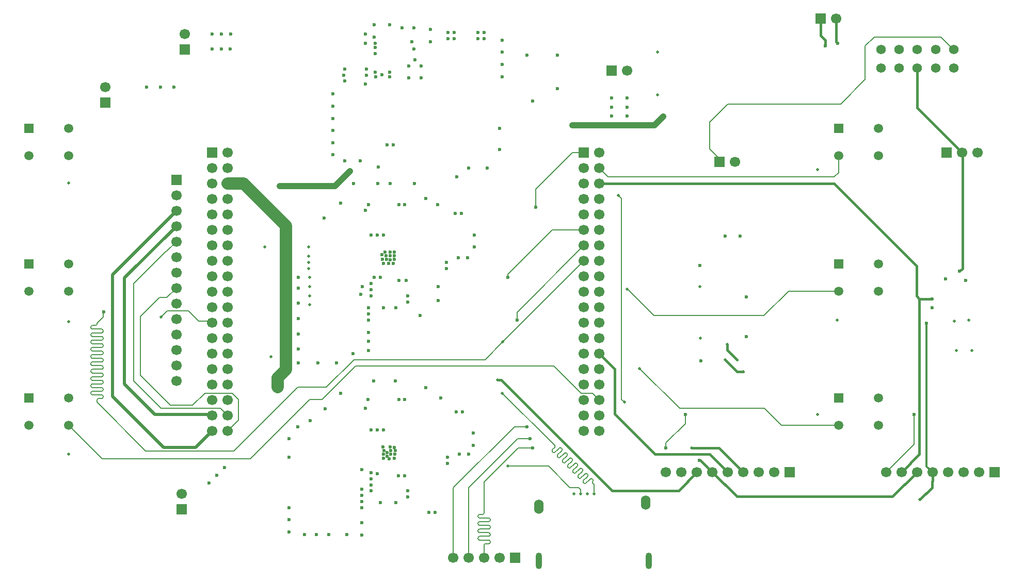
<source format=gbr>
%TF.GenerationSoftware,KiCad,Pcbnew,9.0.7*%
%TF.CreationDate,2026-02-06T09:11:47-04:00*%
%TF.ProjectId,TLS_Handheld_PCB,544c535f-4861-46e6-9468-656c645f5043,1*%
%TF.SameCoordinates,Original*%
%TF.FileFunction,Copper,L4,Bot*%
%TF.FilePolarity,Positive*%
%FSLAX46Y46*%
G04 Gerber Fmt 4.6, Leading zero omitted, Abs format (unit mm)*
G04 Created by KiCad (PCBNEW 9.0.7) date 2026-02-06 09:11:47*
%MOMM*%
%LPD*%
G01*
G04 APERTURE LIST*
%TA.AperFunction,ComponentPad*%
%ADD10R,1.700000X1.700000*%
%TD*%
%TA.AperFunction,ComponentPad*%
%ADD11C,1.700000*%
%TD*%
%TA.AperFunction,ComponentPad*%
%ADD12R,1.508000X1.508000*%
%TD*%
%TA.AperFunction,ComponentPad*%
%ADD13C,1.508000*%
%TD*%
%TA.AperFunction,ComponentPad*%
%ADD14O,1.550000X2.350000*%
%TD*%
%TA.AperFunction,ComponentPad*%
%ADD15O,1.050000X2.700000*%
%TD*%
%TA.AperFunction,ComponentPad*%
%ADD16C,1.574800*%
%TD*%
%TA.AperFunction,ViaPad*%
%ADD17C,0.600000*%
%TD*%
%TA.AperFunction,ViaPad*%
%ADD18C,0.500000*%
%TD*%
%TA.AperFunction,Conductor*%
%ADD19C,0.400000*%
%TD*%
%TA.AperFunction,Conductor*%
%ADD20C,0.200000*%
%TD*%
%TA.AperFunction,Conductor*%
%ADD21C,0.300000*%
%TD*%
%TA.AperFunction,Conductor*%
%ADD22C,1.000000*%
%TD*%
%TA.AperFunction,Conductor*%
%ADD23C,2.000000*%
%TD*%
%TA.AperFunction,Conductor*%
%ADD24C,0.500000*%
%TD*%
G04 APERTURE END LIST*
D10*
%TO.P,STM_CN10,1*%
%TO.N,WAKE*%
X163862500Y-68500000D03*
D11*
%TO.P,STM_CN10,2*%
%TO.N,SD_CS*%
X166402500Y-68500000D03*
%TO.P,STM_CN10,3*%
%TO.N,N/C*%
X163862500Y-71040000D03*
%TO.P,STM_CN10,4*%
%TO.N,B4*%
X166402500Y-71040000D03*
%TO.P,STM_CN10,5*%
%TO.N,N/C*%
X163862500Y-73580000D03*
%TO.P,STM_CN10,6*%
%TO.N,RTD_CS*%
X166402500Y-73580000D03*
%TO.P,STM_CN10,7*%
%TO.N,N/C*%
X163862500Y-76120000D03*
%TO.P,STM_CN10,8*%
X166402500Y-76120000D03*
%TO.P,STM_CN10,9*%
%TO.N,GND*%
X163862500Y-78660000D03*
%TO.P,STM_CN10,10*%
%TO.N,N/C*%
X166402500Y-78660000D03*
%TO.P,STM_CN10,11*%
%TO.N,DISPL_SCK*%
X163862500Y-81200000D03*
%TO.P,STM_CN10,12*%
%TO.N,N/C*%
X166402500Y-81200000D03*
%TO.P,STM_CN10,13*%
%TO.N,TOUCH_MISO*%
X163862500Y-83740000D03*
%TO.P,STM_CN10,14*%
%TO.N,N/C*%
X166402500Y-83740000D03*
%TO.P,STM_CN10,15*%
%TO.N,DISPL_MOSI*%
X163862500Y-86280000D03*
%TO.P,STM_CN10,16*%
%TO.N,B5*%
X166402500Y-86280000D03*
%TO.P,STM_CN10,17*%
%TO.N,N/C*%
X163862500Y-88820000D03*
%TO.P,STM_CN10,18*%
X166402500Y-88820000D03*
%TO.P,STM_CN10,19*%
%TO.N,EXCIT2*%
X163862500Y-91360000D03*
%TO.P,STM_CN10,20*%
%TO.N,GND*%
X166402500Y-91360000D03*
%TO.P,STM_CN10,21*%
%TO.N,TX*%
X163862500Y-93900000D03*
%TO.P,STM_CN10,22*%
%TO.N,EXCIT1*%
X166402500Y-93900000D03*
%TO.P,STM_CN10,23*%
%TO.N,B6*%
X163862500Y-96440000D03*
%TO.P,STM_CN10,24*%
%TO.N,N/C*%
X166402500Y-96440000D03*
%TO.P,STM_CN10,25*%
X163862500Y-98980000D03*
%TO.P,STM_CN10,26*%
%TO.N,MAX_SDI*%
X166402500Y-98980000D03*
%TO.P,STM_CN10,27*%
%TO.N,N/C*%
X163862500Y-101520000D03*
%TO.P,STM_CN10,28*%
%TO.N,MAX_SDO*%
X166402500Y-101520000D03*
%TO.P,STM_CN10,29*%
%TO.N,N/C*%
X163862500Y-104060000D03*
%TO.P,STM_CN10,30*%
%TO.N,MAX_SCK*%
X166402500Y-104060000D03*
%TO.P,STM_CN10,31*%
%TO.N,N/C*%
X163862500Y-106600000D03*
%TO.P,STM_CN10,32*%
X166402500Y-106600000D03*
%TO.P,STM_CN10,33*%
%TO.N,RX*%
X163862500Y-109140000D03*
%TO.P,STM_CN10,34*%
%TO.N,B3*%
X166402500Y-109140000D03*
%TO.P,STM_CN10,35*%
%TO.N,N/C*%
X163862500Y-111680000D03*
%TO.P,STM_CN10,36*%
X166402500Y-111680000D03*
%TO.P,STM_CN10,37*%
X163862500Y-114220000D03*
%TO.P,STM_CN10,38*%
X166402500Y-114220000D03*
%TD*%
D10*
%TO.P,J1,1,Pin_1*%
%TO.N,/8V*%
X168412500Y-55000000D03*
D11*
%TO.P,J1,2,Pin_2*%
%TO.N,GND*%
X170952500Y-55000000D03*
%TD*%
D10*
%TO.P,+ Ref_Res -,1*%
%TO.N,HeaterPre*%
X202725000Y-46500000D03*
D11*
%TO.P,+ Ref_Res -,2*%
%TO.N,Heater+*%
X205265000Y-46500000D03*
%TD*%
D12*
%TO.P,PB-5,1*%
%TO.N,GND*%
X205662500Y-86750000D03*
D13*
%TO.P,PB-5,2*%
%TO.N,N/C*%
X212162500Y-86750000D03*
%TO.P,PB-5,3*%
%TO.N,B5*%
X205662500Y-91250000D03*
%TO.P,PB-5,4*%
%TO.N,N/C*%
X212162500Y-91250000D03*
%TD*%
D10*
%TO.P,RTD,1*%
%TO.N,RTD-*%
X223332500Y-68500000D03*
D11*
%TO.P,RTD,2*%
%TO.N,RTDSens*%
X225872500Y-68500000D03*
%TO.P,RTD,3*%
%TO.N,RTD+*%
X228412500Y-68500000D03*
%TD*%
D12*
%TO.P,PB-4,1*%
%TO.N,GND*%
X205662500Y-64500000D03*
D13*
%TO.P,PB-4,2*%
%TO.N,N/C*%
X212162500Y-64500000D03*
%TO.P,PB-4,3*%
%TO.N,B4*%
X205662500Y-69000000D03*
%TO.P,PB-4,4*%
%TO.N,N/C*%
X212162500Y-69000000D03*
%TD*%
D10*
%TO.P,MAX31856,1*%
%TO.N,/3.3V*%
X197660000Y-121000000D03*
D11*
%TO.P,MAX31856,2*%
%TO.N,N/C*%
X195120000Y-121000000D03*
%TO.P,MAX31856,3*%
%TO.N,GND*%
X192580000Y-121000000D03*
%TO.P,MAX31856,4*%
%TO.N,MAX_SCK*%
X190040000Y-121000000D03*
%TO.P,MAX31856,5*%
%TO.N,MAX_SDO*%
X187500000Y-121000000D03*
%TO.P,MAX31856,6*%
%TO.N,MAX_SDI*%
X184960000Y-121000000D03*
%TO.P,MAX31856,7*%
%TO.N,Therm_CS*%
X182420000Y-121000000D03*
%TO.P,MAX31856,8*%
%TO.N,N/C*%
X179880000Y-121000000D03*
%TO.P,MAX31856,9*%
%TO.N,thermDRDY*%
X177340000Y-121000000D03*
%TD*%
D12*
%TO.P,PB-6,1*%
%TO.N,GND*%
X205662500Y-108750000D03*
D13*
%TO.P,PB-6,2*%
%TO.N,N/C*%
X212162500Y-108750000D03*
%TO.P,PB-6,3*%
%TO.N,B6*%
X205662500Y-113250000D03*
%TO.P,PB-6,4*%
%TO.N,N/C*%
X212162500Y-113250000D03*
%TD*%
D14*
%TO.P,SD_Reader,G1*%
%TO.N,GND*%
X156500000Y-126650000D03*
%TO.P,SD_Reader,G2*%
X174000000Y-126000000D03*
D15*
%TO.P,SD_Reader,G3*%
X156500000Y-135550000D03*
%TO.P,SD_Reader,G4*%
X174500000Y-135550000D03*
%TD*%
D12*
%TO.P,PB-3,1*%
%TO.N,N/C*%
X72837500Y-108750000D03*
D13*
%TO.P,PB-3,2*%
%TO.N,GND*%
X79337500Y-108750000D03*
%TO.P,PB-3,3*%
%TO.N,N/C*%
X72837500Y-113250000D03*
%TO.P,PB-3,4*%
%TO.N,B3*%
X79337500Y-113250000D03*
%TD*%
D10*
%TO.P,J3,1,Pin_1*%
%TO.N,/3.3V*%
X85385000Y-60275000D03*
D11*
%TO.P,J3,2,Pin_2*%
%TO.N,GND*%
X85385000Y-57735000D03*
%TD*%
D10*
%TO.P,TFT_DISPLAY_Pinout,1*%
%TO.N,/3.3V*%
X97000000Y-72960000D03*
D11*
%TO.P,TFT_DISPLAY_Pinout,2*%
%TO.N,GND*%
X97000000Y-75500000D03*
%TO.P,TFT_DISPLAY_Pinout,3*%
%TO.N,DISPL_CS*%
X97000000Y-78040000D03*
%TO.P,TFT_DISPLAY_Pinout,4*%
%TO.N,DISPL_RST*%
X97000000Y-80580000D03*
%TO.P,TFT_DISPLAY_Pinout,5*%
%TO.N,DISPL_DC*%
X97000000Y-83120000D03*
%TO.P,TFT_DISPLAY_Pinout,6*%
%TO.N,DISPL_MOSI*%
X97000000Y-85660000D03*
%TO.P,TFT_DISPLAY_Pinout,7*%
%TO.N,DISPL_SCK*%
X97000000Y-88200000D03*
%TO.P,TFT_DISPLAY_Pinout,8*%
%TO.N,DISPL_LED*%
X97000000Y-90740000D03*
%TO.P,TFT_DISPLAY_Pinout,9*%
%TO.N,N/C*%
X97000000Y-93280000D03*
%TO.P,TFT_DISPLAY_Pinout,10*%
%TO.N,DISPL_SCK*%
X97000000Y-95820000D03*
%TO.P,TFT_DISPLAY_Pinout,11*%
%TO.N,N/C*%
X97000000Y-98360000D03*
%TO.P,TFT_DISPLAY_Pinout,12*%
X97000000Y-100900000D03*
%TO.P,TFT_DISPLAY_Pinout,13*%
%TO.N,TOUCH_MISO*%
X97000000Y-103440000D03*
%TO.P,TFT_DISPLAY_Pinout,14*%
%TO.N,N/C*%
X97000000Y-105980000D03*
%TD*%
D10*
%TO.P,MAX31865,1*%
%TO.N,/3.3V*%
X231200000Y-121000000D03*
D11*
%TO.P,MAX31865,2*%
%TO.N,GND*%
X228660000Y-121000000D03*
%TO.P,MAX31865,3*%
%TO.N,N/C*%
X226120000Y-121000000D03*
%TO.P,MAX31865,4*%
%TO.N,MAX_SCK*%
X223580000Y-121000000D03*
%TO.P,MAX31865,5*%
%TO.N,MAX_SDO*%
X221040000Y-121000000D03*
%TO.P,MAX31865,6*%
%TO.N,MAX_SDI*%
X218500000Y-121000000D03*
%TO.P,MAX31865,7*%
%TO.N,RTD_CS*%
X215960000Y-121000000D03*
%TO.P,MAX31865,8*%
%TO.N,RTDDRDY*%
X213420000Y-121000000D03*
%TD*%
D10*
%TO.P,J2,1,Pin_1*%
%TO.N,/5V*%
X97912500Y-127040000D03*
D11*
%TO.P,J2,2,Pin_2*%
%TO.N,GND*%
X97912500Y-124500000D03*
%TD*%
D12*
%TO.P,PB-1,1*%
%TO.N,N/C*%
X72837500Y-64500000D03*
D13*
%TO.P,PB-1,2*%
%TO.N,GND*%
X79337500Y-64500000D03*
%TO.P,PB-1,3*%
%TO.N,N/C*%
X72837500Y-69000000D03*
%TO.P,PB-1,4*%
%TO.N,B1*%
X79337500Y-69000000D03*
%TD*%
D16*
%TO.P,Connector,1*%
%TO.N,Heater+*%
X212572902Y-51564301D03*
%TO.P,Connector,2*%
%TO.N,GND*%
X215572901Y-51564301D03*
%TO.P,Connector,3*%
%TO.N,Thermocouple-*%
X218572900Y-51564301D03*
%TO.P,Connector,4*%
%TO.N,N/C*%
X221572899Y-51564301D03*
%TO.P,Connector,5*%
%TO.N,Thermocouple+*%
X224572898Y-51564301D03*
%TO.P,Connector,6*%
%TO.N,RTD-*%
X212572902Y-54564300D03*
%TO.P,Connector,7*%
%TO.N,RTD+*%
X215572901Y-54564300D03*
%TO.P,Connector,8*%
%TO.N,RTDSens*%
X218572900Y-54564300D03*
%TO.P,Connector,9*%
%TO.N,GND*%
X221572899Y-54564300D03*
%TO.P,Connector,10*%
%TO.N,N/C*%
X224572898Y-54564300D03*
%TD*%
D10*
%TO.P,GPS_Pinout,1*%
%TO.N,/3.3V*%
X152580000Y-135000000D03*
D11*
%TO.P,GPS_Pinout,2*%
%TO.N,GND*%
X150040000Y-135000000D03*
%TO.P,GPS_Pinout,3*%
%TO.N,RX*%
X147500000Y-135000000D03*
%TO.P,GPS_Pinout,4*%
%TO.N,TX*%
X144960000Y-135000000D03*
%TO.P,GPS_Pinout,5*%
%TO.N,WAKE*%
X142420000Y-135000000D03*
%TD*%
D10*
%TO.P,Thermocouple,1*%
%TO.N,Thermocouple+*%
X186087500Y-70000000D03*
D11*
%TO.P,Thermocouple,2*%
%TO.N,Thermocouple-*%
X188627500Y-70000000D03*
%TD*%
D12*
%TO.P,PB-2,1*%
%TO.N,N/C*%
X72837500Y-86750000D03*
D13*
%TO.P,PB-2,2*%
%TO.N,GND*%
X79337500Y-86750000D03*
%TO.P,PB-2,3*%
%TO.N,N/C*%
X72837500Y-91250000D03*
%TO.P,PB-2,4*%
%TO.N,B2*%
X79337500Y-91250000D03*
%TD*%
D10*
%TO.P,J1,1,Pin_1*%
%TO.N,/Pin*%
X98412500Y-51540000D03*
D11*
%TO.P,J1,2,Pin_2*%
%TO.N,GND*%
X98412500Y-49000000D03*
%TD*%
D10*
%TO.P,STM_CN7,1*%
%TO.N,N/C*%
X102862500Y-68500000D03*
D11*
%TO.P,STM_CN7,2*%
X105402500Y-68500000D03*
%TO.P,STM_CN7,3*%
X102862500Y-71040000D03*
%TO.P,STM_CN7,4*%
%TO.N,B1*%
X105402500Y-71040000D03*
%TO.P,STM_CN7,5*%
%TO.N,N/C*%
X102862500Y-73580000D03*
%TO.P,STM_CN7,6*%
%TO.N,/5V*%
X105402500Y-73580000D03*
%TO.P,STM_CN7,7*%
%TO.N,N/C*%
X102862500Y-76120000D03*
%TO.P,STM_CN7,8*%
X105402500Y-76120000D03*
%TO.P,STM_CN7,9*%
X102862500Y-78660000D03*
%TO.P,STM_CN7,10*%
X105402500Y-78660000D03*
%TO.P,STM_CN7,11*%
X102862500Y-81200000D03*
%TO.P,STM_CN7,12*%
X105402500Y-81200000D03*
%TO.P,STM_CN7,13*%
X102862500Y-83740000D03*
%TO.P,STM_CN7,14*%
X105402500Y-83740000D03*
%TO.P,STM_CN7,15*%
X102862500Y-86280000D03*
%TO.P,STM_CN7,16*%
X105402500Y-86280000D03*
%TO.P,STM_CN7,17*%
X102862500Y-88820000D03*
%TO.P,STM_CN7,18*%
X105402500Y-88820000D03*
%TO.P,STM_CN7,19*%
X102862500Y-91360000D03*
%TO.P,STM_CN7,20*%
X105402500Y-91360000D03*
%TO.P,STM_CN7,21*%
X102862500Y-93900000D03*
%TO.P,STM_CN7,22*%
%TO.N,GND*%
X105402500Y-93900000D03*
%TO.P,STM_CN7,23*%
%TO.N,B2*%
X102862500Y-96440000D03*
%TO.P,STM_CN7,24*%
%TO.N,N/C*%
X105402500Y-96440000D03*
%TO.P,STM_CN7,25*%
X102862500Y-98980000D03*
%TO.P,STM_CN7,26*%
X105402500Y-98980000D03*
%TO.P,STM_CN7,27*%
X102862500Y-101520000D03*
%TO.P,STM_CN7,28*%
%TO.N,Vbat_sense*%
X105402500Y-101520000D03*
%TO.P,STM_CN7,29*%
%TO.N,N/C*%
X102862500Y-104060000D03*
%TO.P,STM_CN7,30*%
X105402500Y-104060000D03*
%TO.P,STM_CN7,31*%
X102862500Y-106600000D03*
%TO.P,STM_CN7,32*%
%TO.N,Therm_CS*%
X105402500Y-106600000D03*
%TO.P,STM_CN7,33*%
%TO.N,N/C*%
X102862500Y-109140000D03*
%TO.P,STM_CN7,34*%
X105402500Y-109140000D03*
%TO.P,STM_CN7,35*%
%TO.N,DISPL_RST*%
X102862500Y-111680000D03*
%TO.P,STM_CN7,36*%
%TO.N,DISPL_DC*%
X105402500Y-111680000D03*
%TO.P,STM_CN7,37*%
%TO.N,DISPL_CS*%
X102862500Y-114220000D03*
%TO.P,STM_CN7,38*%
%TO.N,DISPL_LED*%
X105402500Y-114220000D03*
%TD*%
D17*
%TO.N,GND*%
X155500000Y-60000000D03*
X120000000Y-131250000D03*
X123959500Y-108057500D03*
X132061226Y-85459968D03*
X128000000Y-50500000D03*
X132167190Y-117446624D03*
X129662500Y-55250000D03*
X150500000Y-56000000D03*
X137162500Y-56250000D03*
X102912500Y-49000000D03*
X141615500Y-49750000D03*
X117000000Y-100750000D03*
X130747633Y-85246027D03*
X140000000Y-92750000D03*
X128000000Y-49000000D03*
X132957606Y-117442802D03*
X115500000Y-130807500D03*
X104912500Y-120250000D03*
X145912500Y-84000000D03*
X132615500Y-67250000D03*
X127459500Y-124807500D03*
X223200000Y-89227050D03*
X187012500Y-82230000D03*
X115500000Y-126807500D03*
X128500000Y-98000000D03*
X130162500Y-70855000D03*
X128000000Y-78000000D03*
X133500000Y-77000000D03*
X96635000Y-57735000D03*
X145709500Y-116562500D03*
X135000000Y-93000000D03*
X127459500Y-123807500D03*
X142750000Y-78500000D03*
X130952355Y-86704946D03*
X127459500Y-120557500D03*
X189512500Y-82230000D03*
X134959500Y-125057500D03*
X130918209Y-116840815D03*
X137912500Y-76000000D03*
X129736680Y-56005963D03*
X115500000Y-118557500D03*
X147500000Y-48750000D03*
X124000000Y-76750000D03*
X131500000Y-86000000D03*
X131038303Y-117451962D03*
X143750000Y-78500000D03*
X92135000Y-57735000D03*
X117000000Y-98250000D03*
X226500000Y-89500000D03*
X130709499Y-55697800D03*
X138662500Y-48250000D03*
X132062500Y-84815462D03*
X132217897Y-118028415D03*
X118000000Y-131250000D03*
X134500000Y-77000000D03*
X135662500Y-50250000D03*
X170952500Y-62500000D03*
X143959500Y-111057500D03*
X115500000Y-128807500D03*
X132747517Y-85419134D03*
X136063000Y-73605000D03*
X143000000Y-72500000D03*
X133500000Y-109057500D03*
D18*
X175912500Y-59000000D03*
D17*
X136162500Y-53250000D03*
X127459500Y-129307500D03*
X142959500Y-111057500D03*
X128500000Y-95000000D03*
X145000000Y-71000000D03*
X150500000Y-54000000D03*
X144750000Y-85750000D03*
X131000000Y-94000000D03*
X128162500Y-55750000D03*
X150500000Y-50000000D03*
X132000000Y-47500000D03*
X132823706Y-118039090D03*
X141615500Y-48750000D03*
X132912500Y-106000000D03*
X221000000Y-94000000D03*
X132081242Y-86064443D03*
X103662500Y-121500000D03*
X132012000Y-56000000D03*
X131615500Y-67250000D03*
X133459500Y-121557500D03*
X115500000Y-115500000D03*
X122662500Y-58855000D03*
X118959500Y-112500000D03*
X132797800Y-86027145D03*
X159500000Y-52500000D03*
X143459500Y-118057500D03*
X127162500Y-69855000D03*
X136000000Y-51500000D03*
X124662500Y-56750000D03*
X131951020Y-118778337D03*
X131849059Y-86660912D03*
X190512500Y-98730000D03*
X132794350Y-118719624D03*
X132012000Y-55250000D03*
X123250000Y-103000000D03*
X124500000Y-55750000D03*
X105912500Y-49000000D03*
X139912500Y-77000000D03*
X117000000Y-93250000D03*
X170952500Y-59500000D03*
X131598744Y-117766876D03*
X145912500Y-82000000D03*
X127500000Y-90500000D03*
X134459500Y-121557500D03*
X130959500Y-118057500D03*
X146500000Y-49750000D03*
X130820251Y-86020408D03*
X130063000Y-73605000D03*
X133500000Y-89500000D03*
X132079121Y-116870171D03*
X132063000Y-73605000D03*
X121459500Y-110557500D03*
X154500000Y-52500000D03*
X127459500Y-125807500D03*
X122662500Y-60855000D03*
X126000000Y-101500000D03*
X128162500Y-54750000D03*
X132727631Y-116918209D03*
X127459500Y-126807500D03*
X128500000Y-77000000D03*
X140412500Y-108750000D03*
X128500000Y-101000000D03*
X134000000Y-48000000D03*
X124662500Y-54750000D03*
X117000000Y-103000000D03*
X145709500Y-114562500D03*
X146500000Y-48750000D03*
X122000000Y-131250000D03*
X130500000Y-126000000D03*
X134500000Y-109057500D03*
X150000000Y-68000000D03*
X122662500Y-62855000D03*
X134750000Y-89500000D03*
X150500000Y-52000000D03*
X94385000Y-57735000D03*
X129500000Y-47500000D03*
X137000000Y-95250000D03*
X144959500Y-118057500D03*
X137959500Y-107057500D03*
X143250000Y-85750000D03*
X126063000Y-73605000D03*
X128459500Y-109057500D03*
X125000000Y-131250000D03*
X117000000Y-89000000D03*
X142615500Y-49750000D03*
X128000000Y-57250000D03*
X170952500Y-61000000D03*
X128500000Y-99500000D03*
X133000000Y-94000000D03*
X133000000Y-126000000D03*
D18*
X111500000Y-84000000D03*
D17*
X141297000Y-87500000D03*
X117000000Y-95750000D03*
X116959500Y-113557500D03*
X138459500Y-127557500D03*
X159500000Y-58000000D03*
D18*
X227500000Y-101000000D03*
D17*
X148000000Y-71000000D03*
X135162500Y-56250000D03*
X117000000Y-90750000D03*
X131404710Y-85423940D03*
D18*
X112500000Y-102000000D03*
D17*
X135162500Y-54250000D03*
X138662500Y-50250000D03*
X134959500Y-124057500D03*
X140000000Y-90500000D03*
X128000000Y-110500000D03*
X102412500Y-122750000D03*
X132586825Y-86694597D03*
X131239221Y-84842142D03*
X137162500Y-54250000D03*
X141459500Y-118557500D03*
X127250000Y-91750000D03*
X142615500Y-48750000D03*
D18*
X162250000Y-124500000D03*
D17*
X139459500Y-127557500D03*
X122662500Y-66855000D03*
X141459500Y-119557500D03*
X130990266Y-118714287D03*
X128500000Y-96000000D03*
X136000000Y-48000000D03*
X141297000Y-86500000D03*
D18*
X175912500Y-52000000D03*
D17*
X150000000Y-64500000D03*
X121250000Y-79250000D03*
D18*
X225000000Y-101000000D03*
D17*
X147500000Y-49750000D03*
X128500000Y-94000000D03*
X104412500Y-49000000D03*
X127459500Y-131307500D03*
X122662500Y-64855000D03*
X182912500Y-87000000D03*
X124662500Y-69855000D03*
X132773786Y-84815462D03*
X131556044Y-118327316D03*
X122662500Y-68855000D03*
X135000000Y-92000000D03*
X183100000Y-102730000D03*
X120250000Y-103000000D03*
X129412500Y-106000000D03*
X190512500Y-92230000D03*
%TO.N,RTDSens*%
X225500000Y-88000000D03*
%TO.N,Heater+*%
X205500000Y-50500000D03*
D18*
%TO.N,MAX_SCK*%
X190000000Y-104500000D03*
X187000000Y-102500000D03*
X181500000Y-117000000D03*
%TO.N,MAX_SDO*%
X219000000Y-125500000D03*
X189000000Y-102500000D03*
D17*
X220051000Y-96500000D03*
D18*
X187412500Y-100000000D03*
D17*
%TO.N,MAX_SDI*%
X182800000Y-119040000D03*
D18*
%TO.N,MOSFETGait1*%
X176912500Y-62566800D03*
X161956250Y-63956250D03*
%TO.N,Therm_CS*%
X149706250Y-105793750D03*
D17*
%TO.N,RTD_CS*%
X221000000Y-92500000D03*
D18*
%TO.N,/Pin*%
X114000000Y-74000000D03*
D17*
X102912500Y-51500000D03*
X129000000Y-114000000D03*
X129000000Y-91000000D03*
X128959500Y-124057500D03*
X104412500Y-51500000D03*
X105872500Y-51500000D03*
X131000000Y-114000000D03*
X129662500Y-52250000D03*
X129000000Y-82000000D03*
X131000000Y-82000000D03*
X130000000Y-114000000D03*
X130000000Y-82000000D03*
X130000000Y-121250000D03*
X129500000Y-49500000D03*
X129500000Y-89000000D03*
X129000000Y-90000000D03*
D18*
X125500000Y-71500000D03*
D17*
X129662500Y-51250000D03*
X129000000Y-121057500D03*
X128959500Y-123057500D03*
X129000000Y-92000000D03*
X129662500Y-50500000D03*
X128959500Y-122057500D03*
X130500000Y-89000000D03*
D18*
%TO.N,/5V*%
X113662500Y-106250000D03*
X113662500Y-105500000D03*
X113662500Y-107000000D03*
%TO.N,/3.3V*%
X79337500Y-73500000D03*
X164450000Y-124500000D03*
X118750000Y-85500000D03*
X227000000Y-96000000D03*
X118912500Y-89000000D03*
X202162500Y-111500000D03*
X118750000Y-87500000D03*
X118750000Y-86500000D03*
X118912500Y-93500000D03*
X79337500Y-118000000D03*
X79337500Y-96250000D03*
X205412500Y-96000000D03*
X118912500Y-92000000D03*
X224613909Y-96163909D03*
X118750000Y-84000000D03*
X202162500Y-71250000D03*
X183000000Y-98962500D03*
X182912500Y-90537500D03*
X118912500Y-90500000D03*
D17*
%TO.N,/8V*%
X168452500Y-62460000D03*
X168452500Y-61000000D03*
X168452500Y-59500000D03*
D18*
%TO.N,DISPL_MOSI*%
X165550000Y-124500000D03*
D17*
X85125000Y-94625000D03*
D18*
X150571250Y-99571250D03*
X150500000Y-108000000D03*
%TO.N,DISPL_SCK*%
X163350000Y-124500000D03*
X151412500Y-120000000D03*
D17*
X151412500Y-89000000D03*
%TO.N,TOUCH_MISO*%
X152912500Y-96000000D03*
%TO.N,WAKE*%
X154512500Y-113500000D03*
X156000000Y-77500000D03*
D18*
%TO.N,B5*%
X170962500Y-90938750D03*
%TO.N,B6*%
X173025130Y-103974870D03*
D17*
%TO.N,RX*%
X155500000Y-117000000D03*
D18*
%TO.N,B2*%
X94500000Y-95500000D03*
D17*
%TO.N,TX*%
X155000000Y-115500000D03*
D18*
%TO.N,SD_CS*%
X170500000Y-109500000D03*
X169500000Y-75500000D03*
D17*
%TO.N,HeaterPre*%
X203500000Y-51000000D03*
%TO.N,thermDRDY*%
X177340000Y-117000000D03*
X180500000Y-111500000D03*
%TO.N,RTDDRDY*%
X218000000Y-111500000D03*
%TD*%
D19*
%TO.N,RTDSens*%
X225500000Y-88000000D02*
X226000000Y-87500000D01*
X225682500Y-68270000D02*
X218572900Y-61160400D01*
X218572900Y-61160400D02*
X218572900Y-54564300D01*
X225682500Y-68310000D02*
X225682500Y-68270000D01*
X226000000Y-68627500D02*
X225682500Y-68310000D01*
X226000000Y-87500000D02*
X226000000Y-68627500D01*
%TO.N,Heater+*%
X205500000Y-50500000D02*
X205265000Y-50265000D01*
X205265000Y-50265000D02*
X205265000Y-46500000D01*
D20*
%TO.N,Thermocouple+*%
X213761265Y-49500000D02*
X211500000Y-49500000D01*
X211500000Y-49500000D02*
X210000000Y-51000000D01*
X213780564Y-49519299D02*
X213761265Y-49500000D01*
X224476801Y-51564301D02*
X222431799Y-49519299D01*
X186087500Y-69500000D02*
X186087500Y-70000000D01*
X221480564Y-49519299D02*
X221461265Y-49500000D01*
X184500000Y-67912500D02*
X186087500Y-69500000D01*
X221461265Y-49500000D02*
X215684535Y-49500000D01*
X222431799Y-49519299D02*
X221480564Y-49519299D01*
X210000000Y-56500000D02*
X206000000Y-60500000D01*
X224572898Y-51564301D02*
X224476801Y-51564301D01*
X215665236Y-49519299D02*
X213780564Y-49519299D01*
X210000000Y-51000000D02*
X210000000Y-56500000D01*
X184500000Y-63500000D02*
X184500000Y-67912500D01*
X215684535Y-49500000D02*
X215665236Y-49519299D01*
X187500000Y-60500000D02*
X184500000Y-63500000D01*
X206000000Y-60500000D02*
X187500000Y-60500000D01*
D19*
%TO.N,MAX_SCK*%
X181500000Y-117000000D02*
X186040000Y-117000000D01*
X186040000Y-117000000D02*
X190040000Y-121000000D01*
X189000000Y-104500000D02*
X187000000Y-102500000D01*
X190000000Y-104500000D02*
X189000000Y-104500000D01*
%TO.N,MAX_SDO*%
X175500000Y-118000000D02*
X184500000Y-118000000D01*
X168949000Y-104066500D02*
X168949000Y-111449000D01*
X187412500Y-100912500D02*
X189000000Y-102500000D01*
X166402500Y-101520000D02*
X168949000Y-104066500D01*
X184500000Y-118000000D02*
X187500000Y-121000000D01*
D21*
X220051000Y-96500000D02*
X220051000Y-120011000D01*
D19*
X221000000Y-122500000D02*
X221040000Y-122460000D01*
X168949000Y-111449000D02*
X175500000Y-118000000D01*
X221000000Y-123500000D02*
X221000000Y-122500000D01*
X219000000Y-125500000D02*
X221000000Y-123500000D01*
D21*
X220051000Y-120011000D02*
X221040000Y-121000000D01*
D19*
X221040000Y-122460000D02*
X221040000Y-121000000D01*
X187412500Y-100000000D02*
X187412500Y-100912500D01*
%TO.N,MAX_SDI*%
X184960000Y-121000000D02*
X188960000Y-125000000D01*
X188960000Y-125000000D02*
X214500000Y-125000000D01*
X214500000Y-125000000D02*
X218500000Y-121000000D01*
X183000000Y-119040000D02*
X184960000Y-121000000D01*
X182800000Y-119040000D02*
X183000000Y-119040000D01*
D22*
%TO.N,MOSFETGait1*%
X164912500Y-64000000D02*
X175479300Y-64000000D01*
X161956250Y-63956250D02*
X164868750Y-63956250D01*
X175479300Y-64000000D02*
X176912500Y-62566800D01*
X164868750Y-63956250D02*
X164912500Y-64000000D01*
D19*
%TO.N,Therm_CS*%
X168500000Y-124000000D02*
X179420000Y-124000000D01*
X149706250Y-105793750D02*
X150293750Y-105793750D01*
X179420000Y-124000000D02*
X182420000Y-121000000D01*
X150293750Y-105793750D02*
X168500000Y-124000000D01*
%TO.N,RTD_CS*%
X218912500Y-92500000D02*
X218912500Y-118047500D01*
X218412500Y-92000000D02*
X218912500Y-92500000D01*
X218412500Y-92000000D02*
X218412500Y-87079346D01*
X218912500Y-118047500D02*
X215960000Y-121000000D01*
X204913154Y-73580000D02*
X166402500Y-73580000D01*
X218412500Y-87079346D02*
X204913154Y-73580000D01*
X218912500Y-92500000D02*
X221000000Y-92500000D01*
D22*
%TO.N,/Pin*%
X125500000Y-71500000D02*
X123000000Y-74000000D01*
X123000000Y-74000000D02*
X114000000Y-74000000D01*
D23*
%TO.N,/5V*%
X113662500Y-106250000D02*
X113662500Y-105500000D01*
X115000000Y-104162500D02*
X115000000Y-80500000D01*
X113662500Y-107000000D02*
X113662500Y-106250000D01*
X115000000Y-80500000D02*
X108080000Y-73580000D01*
X108080000Y-73580000D02*
X105402500Y-73580000D01*
X113662500Y-105500000D02*
X115000000Y-104162500D01*
D24*
%TO.N,DISPL_CS*%
X94949000Y-116949000D02*
X100133500Y-116949000D01*
X86500000Y-108500000D02*
X94949000Y-116949000D01*
X86500000Y-88540000D02*
X86500000Y-108500000D01*
X100133500Y-116949000D02*
X102862500Y-114220000D01*
X97000000Y-78040000D02*
X86500000Y-88540000D01*
D20*
%TO.N,DISPL_DC*%
X95340000Y-84660000D02*
X90000000Y-90000000D01*
X90000000Y-90000000D02*
X90000000Y-106000000D01*
X90000000Y-106000000D02*
X94500000Y-110500000D01*
X94500000Y-110500000D02*
X104222500Y-110500000D01*
X97000000Y-83120000D02*
X95460000Y-84660000D01*
X95460000Y-84660000D02*
X95340000Y-84660000D01*
X104222500Y-110500000D02*
X105402500Y-111680000D01*
%TO.N,DISPL_MOSI*%
X164062170Y-121243971D02*
X163903070Y-121403070D01*
X84760000Y-106483531D02*
X84000000Y-106483531D01*
X162630271Y-120130270D02*
X162630270Y-120130270D01*
X158783592Y-117697806D02*
X158698739Y-117612953D01*
X84760000Y-100483531D02*
X84000000Y-100483531D01*
X159547272Y-118122074D02*
X160084672Y-117584671D01*
X84000000Y-105283531D02*
X83240000Y-105283531D01*
X126128950Y-102500000D02*
X147642500Y-102500000D01*
X164327336Y-121827336D02*
X164486435Y-121668236D01*
X162941404Y-121516206D02*
X163478804Y-120978803D01*
X85000000Y-107323531D02*
X85000000Y-107443531D01*
X160084671Y-117584671D02*
X160243770Y-117425571D01*
X162630270Y-120130270D02*
X162789369Y-119971170D01*
X158698739Y-117273541D02*
X159066433Y-116905844D01*
X84000000Y-108283531D02*
X84240000Y-108283531D01*
X160668038Y-117849839D02*
X160508938Y-118008938D01*
X165550000Y-123050000D02*
X165334969Y-122834969D01*
X106412500Y-117500000D02*
X116912500Y-107000000D01*
X163637902Y-120501505D02*
X163531835Y-120395438D01*
X85000000Y-108523531D02*
X85000000Y-108643531D01*
X121628950Y-107000000D02*
X126128950Y-102500000D01*
X85000000Y-102523531D02*
X85000000Y-102643531D01*
X160084672Y-117584671D02*
X160084671Y-117584671D01*
X83240000Y-107083531D02*
X84000000Y-107083531D01*
X161781737Y-119281737D02*
X161940836Y-119122637D01*
X84760000Y-99283531D02*
X84000000Y-99283531D01*
X83240000Y-98683531D02*
X84000000Y-98683531D01*
X84000000Y-99283531D02*
X83240000Y-99283531D01*
X83000000Y-97123531D02*
X83000000Y-97243531D01*
X85000000Y-94750000D02*
X85000000Y-95500000D01*
X92000000Y-117500000D02*
X106412500Y-117500000D01*
X84760000Y-98083531D02*
X84000000Y-98083531D01*
X83000000Y-107923531D02*
X83000000Y-108043531D01*
X160243770Y-117107373D02*
X160137703Y-117001306D01*
X162365104Y-119546905D02*
X162206004Y-119706004D01*
X163478804Y-120978803D02*
X163478803Y-120978803D01*
X164751603Y-122251603D02*
X164214200Y-122789003D01*
X159632125Y-118546339D02*
X159547272Y-118461486D01*
X162789369Y-119652972D02*
X162683302Y-119546905D01*
X161092303Y-117955906D02*
X160986236Y-117849839D01*
X83240000Y-99883531D02*
X84000000Y-99883531D01*
X83000000Y-106723531D02*
X83000000Y-106843531D01*
X164751604Y-122251603D02*
X164751603Y-122251603D01*
X161940836Y-118804439D02*
X161834769Y-118698372D01*
X83240000Y-103483531D02*
X84000000Y-103483531D01*
X161357471Y-118857471D02*
X160820068Y-119394871D01*
X85000000Y-104923531D02*
X85000000Y-105043531D01*
X84000000Y-96500000D02*
X84000000Y-96643531D01*
X163789937Y-122364739D02*
X164327337Y-121827336D01*
X160933204Y-118433204D02*
X161092303Y-118274104D01*
X84000000Y-102283531D02*
X84760000Y-102283531D01*
X158981582Y-116481582D02*
X158642336Y-116142336D01*
X84000000Y-99883531D02*
X84760000Y-99883531D01*
X165550000Y-124500000D02*
X165550000Y-123050000D01*
X84000000Y-109123531D02*
X84000000Y-109243531D01*
X85000000Y-103723531D02*
X85000000Y-103843531D01*
X84000000Y-107683531D02*
X83240000Y-107683531D01*
X84240000Y-108283531D02*
X84760000Y-108283531D01*
X163054537Y-120554537D02*
X162517134Y-121091937D01*
X84000000Y-109500000D02*
X92000000Y-117500000D01*
X162177724Y-121091938D02*
X162092871Y-121007085D01*
X84000000Y-98083531D02*
X83240000Y-98083531D01*
X85000000Y-97723531D02*
X85000000Y-97843531D01*
X83240000Y-104683531D02*
X84000000Y-104683531D01*
X84000000Y-107083531D02*
X84760000Y-107083531D01*
X85000000Y-98923531D02*
X85000000Y-99043531D01*
X160933205Y-118433204D02*
X160933204Y-118433204D01*
X85125000Y-94625000D02*
X85000000Y-94750000D01*
X83000000Y-99523531D02*
X83000000Y-99643531D01*
X84760000Y-101683531D02*
X84000000Y-101683531D01*
X83000000Y-98323531D02*
X83000000Y-98443531D01*
X116912500Y-107000000D02*
X121628950Y-107000000D01*
X160508938Y-118008938D02*
X159971535Y-118546338D01*
X83000000Y-101923531D02*
X83000000Y-102043531D01*
X84000000Y-106483531D02*
X83240000Y-106483531D01*
X162206004Y-119706004D02*
X161668601Y-120243404D01*
X85000000Y-101323531D02*
X85000000Y-101443531D01*
X163213637Y-120395438D02*
X163054537Y-120554537D01*
X84000000Y-101683531D02*
X83240000Y-101683531D01*
X84000000Y-109243531D02*
X84000000Y-109500000D01*
X159660405Y-117160405D02*
X159490698Y-117330109D01*
X159819505Y-117001306D02*
X159660405Y-117160405D01*
X160480658Y-119394872D02*
X160395805Y-119310019D01*
X84000000Y-102883531D02*
X83240000Y-102883531D01*
X83000000Y-105523531D02*
X83000000Y-105643531D01*
X85000000Y-95500000D02*
X84000000Y-96500000D01*
X161329191Y-120243405D02*
X161244338Y-120158552D01*
X163478803Y-120978803D02*
X163637902Y-120819703D01*
X85000000Y-106123531D02*
X85000000Y-106243531D01*
X158642336Y-116142336D02*
X150500000Y-108000000D01*
X164486435Y-121350038D02*
X164380368Y-121243971D01*
X83000000Y-103123531D02*
X83000000Y-103243531D01*
X161244338Y-119819140D02*
X161781738Y-119281737D01*
X159066434Y-116566434D02*
X158981582Y-116481582D01*
X84760000Y-107683531D02*
X84000000Y-107683531D01*
X84000000Y-103483531D02*
X84760000Y-103483531D01*
X84760000Y-108883531D02*
X84240000Y-108883531D01*
X84000000Y-105883531D02*
X84760000Y-105883531D01*
X164910704Y-122092504D02*
X164751604Y-122251603D01*
X84000000Y-100483531D02*
X83240000Y-100483531D01*
X84760000Y-104083531D02*
X84000000Y-104083531D01*
X83240000Y-102283531D02*
X84000000Y-102283531D01*
X147642500Y-102500000D02*
X150571250Y-99571250D01*
X85000000Y-100123531D02*
X85000000Y-100243531D01*
X84000000Y-101083531D02*
X84760000Y-101083531D01*
X84000000Y-97483531D02*
X84760000Y-97483531D01*
X83240000Y-108283531D02*
X84000000Y-108283531D01*
X163874790Y-122789004D02*
X163789937Y-122704151D01*
X83000000Y-100723531D02*
X83000000Y-100843531D01*
X84000000Y-104083531D02*
X83240000Y-104083531D01*
X84000000Y-98683531D02*
X84760000Y-98683531D01*
X83240000Y-101083531D02*
X84000000Y-101083531D01*
X83000000Y-104323531D02*
X83000000Y-104443531D01*
X83240000Y-105883531D02*
X84000000Y-105883531D01*
X160395805Y-118970607D02*
X160933205Y-118433204D01*
X83760000Y-97483531D02*
X84000000Y-97483531D01*
X84760000Y-105283531D02*
X84000000Y-105283531D01*
X163026257Y-121940471D02*
X162941404Y-121855618D01*
X163903070Y-121403070D02*
X163365667Y-121940470D01*
X165334969Y-122198571D02*
X165228902Y-122092504D01*
X164327337Y-121827336D02*
X164327336Y-121827336D01*
X162092871Y-120667673D02*
X162630271Y-120130270D01*
X83240000Y-97483531D02*
X83760000Y-97483531D01*
X161781738Y-119281737D02*
X161781737Y-119281737D01*
X150571250Y-99571250D02*
X163862500Y-86280000D01*
X84760000Y-102883531D02*
X84000000Y-102883531D01*
X84000000Y-104683531D02*
X84760000Y-104683531D01*
X159490698Y-117330109D02*
X159123002Y-117697805D01*
X83760000Y-96883531D02*
X83240000Y-96883531D01*
X161516571Y-118698372D02*
X161357471Y-118857471D01*
X85000000Y-97843531D02*
G75*
G02*
X84760000Y-98083500I-240000J31D01*
G01*
X83240000Y-105283531D02*
G75*
G03*
X83000031Y-105523531I0J-239969D01*
G01*
X159547272Y-118461486D02*
G75*
G02*
X159547292Y-118122094I169728J169686D01*
G01*
X165228902Y-122092504D02*
G75*
G03*
X164910704Y-122092504I-159099J-159099D01*
G01*
X83000000Y-106843531D02*
G75*
G03*
X83240000Y-107083500I240000J31D01*
G01*
X161834769Y-118698372D02*
G75*
G03*
X161516571Y-118698372I-159099J-159099D01*
G01*
X164486435Y-121668236D02*
G75*
G03*
X164486472Y-121350001I-159135J159136D01*
G01*
X83240000Y-101683531D02*
G75*
G03*
X83000031Y-101923531I0J-239969D01*
G01*
X162683302Y-119546905D02*
G75*
G03*
X162365104Y-119546905I-159099J-159099D01*
G01*
X84760000Y-104683531D02*
G75*
G02*
X84999969Y-104923531I0J-239969D01*
G01*
X160243770Y-117425571D02*
G75*
G03*
X160243742Y-117107401I-159070J159071D01*
G01*
X83000000Y-100843531D02*
G75*
G03*
X83240000Y-101083500I240000J31D01*
G01*
X85000000Y-108643531D02*
G75*
G02*
X84760000Y-108883500I-240000J31D01*
G01*
X83000000Y-104443531D02*
G75*
G03*
X83240000Y-104683500I240000J31D01*
G01*
X83240000Y-99283531D02*
G75*
G03*
X83000031Y-99523531I0J-239969D01*
G01*
X164380368Y-121243971D02*
G75*
G03*
X164062170Y-121243971I-159099J-159099D01*
G01*
X158698739Y-117612953D02*
G75*
G02*
X158698692Y-117273494I169661J169753D01*
G01*
X85000000Y-106243531D02*
G75*
G02*
X84760000Y-106483500I-240000J31D01*
G01*
X84760000Y-102283531D02*
G75*
G02*
X84999969Y-102523531I0J-239969D01*
G01*
X161668601Y-120243404D02*
G75*
G02*
X161329196Y-120243401I-169701J169704D01*
G01*
X85000000Y-102643531D02*
G75*
G02*
X84760000Y-102883500I-240000J31D01*
G01*
X165334969Y-122516770D02*
G75*
G03*
X165334940Y-122198601I-159069J159070D01*
G01*
X163531835Y-120395438D02*
G75*
G03*
X163213637Y-120395438I-159099J-159099D01*
G01*
X162941404Y-121855618D02*
G75*
G02*
X162941392Y-121516194I169696J169718D01*
G01*
X163365667Y-121940470D02*
G75*
G02*
X163026296Y-121940433I-169667J169670D01*
G01*
X85000000Y-99043531D02*
G75*
G02*
X84760000Y-99283500I-240000J31D01*
G01*
X160395805Y-119310019D02*
G75*
G02*
X160395792Y-118970594I169695J169719D01*
G01*
X85000000Y-100243531D02*
G75*
G02*
X84760000Y-100483500I-240000J31D01*
G01*
X83240000Y-98083531D02*
G75*
G03*
X83000031Y-98323531I0J-239969D01*
G01*
X85000000Y-101443531D02*
G75*
G02*
X84760000Y-101683500I-240000J31D01*
G01*
X85000000Y-107443531D02*
G75*
G02*
X84760000Y-107683500I-240000J31D01*
G01*
X163637902Y-120819703D02*
G75*
G03*
X163637906Y-120501501I-159102J159103D01*
G01*
X84760000Y-98683531D02*
G75*
G02*
X84999969Y-98923531I0J-239969D01*
G01*
X159123002Y-117697805D02*
G75*
G02*
X158783596Y-117697803I-169702J169705D01*
G01*
X83000000Y-105643531D02*
G75*
G03*
X83240000Y-105883500I240000J31D01*
G01*
X83240000Y-107683531D02*
G75*
G03*
X83000031Y-107923531I0J-239969D01*
G01*
X162092871Y-121007085D02*
G75*
G02*
X162092892Y-120667694I169729J169685D01*
G01*
X84760000Y-99883531D02*
G75*
G02*
X84999969Y-100123531I0J-239969D01*
G01*
X161940836Y-119122637D02*
G75*
G03*
X161940874Y-118804401I-159136J159137D01*
G01*
X160820068Y-119394871D02*
G75*
G02*
X160480696Y-119394835I-169668J169671D01*
G01*
X165334969Y-122834969D02*
G75*
G02*
X165334999Y-122516800I159131J159069D01*
G01*
X83000000Y-108043531D02*
G75*
G03*
X83240000Y-108283500I240000J31D01*
G01*
X163789937Y-122704151D02*
G75*
G02*
X163789892Y-122364694I169663J169751D01*
G01*
X84760000Y-105883531D02*
G75*
G02*
X84999969Y-106123531I0J-239969D01*
G01*
X83240000Y-96883531D02*
G75*
G03*
X83000031Y-97123531I0J-239969D01*
G01*
X85000000Y-105043531D02*
G75*
G02*
X84760000Y-105283500I-240000J31D01*
G01*
X85000000Y-103843531D02*
G75*
G02*
X84760000Y-104083500I-240000J31D01*
G01*
X83000000Y-98443531D02*
G75*
G03*
X83240000Y-98683500I240000J31D01*
G01*
X164214200Y-122789003D02*
G75*
G02*
X163874796Y-122788999I-169700J169703D01*
G01*
X84000000Y-96643531D02*
G75*
G02*
X83760000Y-96883500I-240000J31D01*
G01*
X83240000Y-106483531D02*
G75*
G03*
X83000031Y-106723531I0J-239969D01*
G01*
X160137703Y-117001306D02*
G75*
G03*
X159819505Y-117001306I-159099J-159099D01*
G01*
X160986236Y-117849839D02*
G75*
G03*
X160668038Y-117849839I-159099J-159099D01*
G01*
X161092303Y-118274104D02*
G75*
G03*
X161092308Y-117955901I-159103J159104D01*
G01*
X83240000Y-104083531D02*
G75*
G03*
X83000031Y-104323531I0J-239969D01*
G01*
X83240000Y-102883531D02*
G75*
G03*
X83000031Y-103123531I0J-239969D01*
G01*
X84760000Y-108283531D02*
G75*
G02*
X84999969Y-108523531I0J-239969D01*
G01*
X83240000Y-100483531D02*
G75*
G03*
X83000031Y-100723531I0J-239969D01*
G01*
X84760000Y-103483531D02*
G75*
G02*
X84999969Y-103723531I0J-239969D01*
G01*
X84760000Y-107083531D02*
G75*
G02*
X84999969Y-107323531I0J-239969D01*
G01*
X159971535Y-118546338D02*
G75*
G02*
X159632096Y-118546369I-169735J169738D01*
G01*
X84240000Y-108883531D02*
G75*
G03*
X84000031Y-109123531I0J-239969D01*
G01*
X162789369Y-119971170D02*
G75*
G03*
X162789340Y-119653001I-159069J159070D01*
G01*
X83000000Y-99643531D02*
G75*
G03*
X83240000Y-99883500I240000J31D01*
G01*
X84760000Y-101083531D02*
G75*
G02*
X84999969Y-101323531I0J-239969D01*
G01*
X162517134Y-121091937D02*
G75*
G02*
X162177696Y-121091967I-169734J169737D01*
G01*
X84760000Y-97483531D02*
G75*
G02*
X84999969Y-97723531I0J-239969D01*
G01*
X83000000Y-97243531D02*
G75*
G03*
X83240000Y-97483500I240000J31D01*
G01*
X161244338Y-120158552D02*
G75*
G02*
X161244292Y-119819094I169662J169752D01*
G01*
X83000000Y-102043531D02*
G75*
G03*
X83240000Y-102283500I240000J31D01*
G01*
X159066433Y-116905844D02*
G75*
G03*
X159066473Y-116566396I-169733J169744D01*
G01*
X83000000Y-103243531D02*
G75*
G03*
X83240000Y-103483500I240000J31D01*
G01*
%TO.N,DISPL_SCK*%
X158712500Y-81200000D02*
X163862500Y-81200000D01*
X151412500Y-89000000D02*
X151412500Y-88500000D01*
X151412500Y-120000000D02*
X158050000Y-120000000D01*
X158050000Y-120000000D02*
X161550000Y-123500000D01*
X151412500Y-88500000D02*
X158712500Y-81200000D01*
X163350000Y-123850000D02*
X163350000Y-124500000D01*
X161550000Y-123500000D02*
X163000000Y-123500000D01*
X163000000Y-123500000D02*
X163350000Y-123850000D01*
%TO.N,DISPL_LED*%
X94220000Y-92280000D02*
X91087500Y-95412500D01*
X99662500Y-110000000D02*
X101673500Y-107989000D01*
X107162500Y-112460000D02*
X105402500Y-114220000D01*
X101673500Y-107989000D02*
X106151500Y-107989000D01*
X107162500Y-109000000D02*
X107162500Y-112460000D01*
X106151500Y-107989000D02*
X107162500Y-109000000D01*
X91087500Y-95412500D02*
X91087500Y-105087500D01*
X97000000Y-90740000D02*
X95460000Y-92280000D01*
X96000000Y-110000000D02*
X99662500Y-110000000D01*
X91087500Y-105087500D02*
X96000000Y-110000000D01*
X95460000Y-92280000D02*
X94220000Y-92280000D01*
D24*
%TO.N,DISPL_RST*%
X97000000Y-80580000D02*
X88500000Y-89080000D01*
X102682500Y-111500000D02*
X102862500Y-111680000D01*
X88500000Y-106500000D02*
X93500000Y-111500000D01*
X93500000Y-111500000D02*
X102682500Y-111500000D01*
X88500000Y-89080000D02*
X88500000Y-106500000D01*
D20*
%TO.N,TOUCH_MISO*%
X152912500Y-96000000D02*
X152912500Y-94690000D01*
X152912500Y-94690000D02*
X163862500Y-83740000D01*
%TO.N,WAKE*%
X142420000Y-135000000D02*
X142420000Y-123553057D01*
X162000000Y-68500000D02*
X163862500Y-68500000D01*
X156000000Y-74500000D02*
X162000000Y-68500000D01*
X152473057Y-113500000D02*
X154512500Y-113500000D01*
X142420000Y-123553057D02*
X152473057Y-113500000D01*
X156000000Y-77500000D02*
X156000000Y-74500000D01*
%TO.N,B4*%
X205662500Y-71750000D02*
X205662500Y-69000000D01*
X204912500Y-72500000D02*
X205662500Y-71750000D01*
X166402500Y-71040000D02*
X167862500Y-72500000D01*
X167862500Y-72500000D02*
X204912500Y-72500000D01*
%TO.N,B5*%
X170962500Y-90938750D02*
X171061250Y-90938750D01*
X193412500Y-95250000D02*
X197412500Y-91250000D01*
X197412500Y-91250000D02*
X205662500Y-91250000D01*
X171061250Y-90938750D02*
X175372500Y-95250000D01*
X175372500Y-95250000D02*
X193412500Y-95250000D01*
%TO.N,B6*%
X196250000Y-113250000D02*
X205662500Y-113250000D01*
X173025130Y-103974870D02*
X179550260Y-110500000D01*
X193500000Y-110500000D02*
X196250000Y-113250000D01*
X179550260Y-110500000D02*
X193500000Y-110500000D01*
%TO.N,RX*%
X148500000Y-131277438D02*
X148500000Y-131157438D01*
X148500000Y-128877438D02*
X148500000Y-128757438D01*
X147500000Y-130917438D02*
X146740000Y-130917438D01*
X147500000Y-131517438D02*
X148260000Y-131517438D01*
X146740000Y-129117438D02*
X147500000Y-129117438D01*
X146500000Y-129477438D02*
X146500000Y-129357438D01*
X146500000Y-131877438D02*
X146500000Y-131757438D01*
X148500000Y-132477438D02*
X148500000Y-132357438D01*
X148260000Y-130917438D02*
X147500000Y-130917438D01*
X147500000Y-129717438D02*
X146740000Y-129717438D01*
X146740000Y-130317438D02*
X147500000Y-130317438D01*
X147260000Y-128517438D02*
X146740000Y-128517438D01*
X148260000Y-129717438D02*
X147500000Y-129717438D01*
X147500000Y-127677438D02*
X147500000Y-127557438D01*
X146740000Y-127917438D02*
X147260000Y-127917438D01*
X153066634Y-117000000D02*
X147500000Y-122566634D01*
X147500000Y-127557438D02*
X147500000Y-127000000D01*
X147740000Y-132117438D02*
X147500000Y-132117438D01*
X148260000Y-132117438D02*
X147740000Y-132117438D01*
X146500000Y-130677438D02*
X146500000Y-130557438D01*
X146500000Y-128277438D02*
X146500000Y-128157438D01*
X147500000Y-128517438D02*
X147260000Y-128517438D01*
X148260000Y-128517438D02*
X147500000Y-128517438D01*
X147740000Y-132717438D02*
X148260000Y-132717438D01*
X147500000Y-129117438D02*
X148260000Y-129117438D01*
X155500000Y-117000000D02*
X153066634Y-117000000D01*
X146740000Y-131517438D02*
X147500000Y-131517438D01*
X147500000Y-130317438D02*
X148260000Y-130317438D01*
X147500000Y-132117438D02*
X146740000Y-132117438D01*
X147500000Y-135000000D02*
X147500000Y-132957438D01*
X147500000Y-122566634D02*
X147500000Y-127000000D01*
X148500000Y-130077438D02*
X148500000Y-129957438D01*
X146740000Y-130917438D02*
G75*
G02*
X146499962Y-130677438I0J240038D01*
G01*
X148260000Y-132717438D02*
G75*
G03*
X148500038Y-132477438I0J240038D01*
G01*
X148500000Y-129957438D02*
G75*
G03*
X148260000Y-129717400I-240000J38D01*
G01*
X148260000Y-131517438D02*
G75*
G03*
X148500038Y-131277438I0J240038D01*
G01*
X148260000Y-130317438D02*
G75*
G03*
X148500038Y-130077438I0J240038D01*
G01*
X146500000Y-129357438D02*
G75*
G02*
X146740000Y-129117400I240000J38D01*
G01*
X146740000Y-132117438D02*
G75*
G02*
X146499962Y-131877438I0J240038D01*
G01*
X146740000Y-129717438D02*
G75*
G02*
X146499962Y-129477438I0J240038D01*
G01*
X148260000Y-129117438D02*
G75*
G03*
X148500038Y-128877438I0J240038D01*
G01*
X147500000Y-132957438D02*
G75*
G02*
X147740000Y-132717400I240000J38D01*
G01*
X148500000Y-131157438D02*
G75*
G03*
X148260000Y-130917400I-240000J38D01*
G01*
X147260000Y-127917438D02*
G75*
G03*
X147500038Y-127677438I0J240038D01*
G01*
X146740000Y-128517438D02*
G75*
G02*
X146499962Y-128277438I0J240038D01*
G01*
X148500000Y-132357438D02*
G75*
G03*
X148260000Y-132117400I-240000J38D01*
G01*
X148500000Y-128757438D02*
G75*
G03*
X148260000Y-128517400I-240000J38D01*
G01*
X146500000Y-128157438D02*
G75*
G02*
X146740000Y-127917400I240000J38D01*
G01*
X146500000Y-131757438D02*
G75*
G02*
X146740000Y-131517400I240000J38D01*
G01*
X146500000Y-130557438D02*
G75*
G02*
X146740000Y-130317400I240000J38D01*
G01*
%TO.N,B3*%
X158912500Y-103500000D02*
X163401500Y-107989000D01*
X165251500Y-107989000D02*
X166402500Y-109140000D01*
X109162500Y-118750000D02*
X118912500Y-109000000D01*
X118912500Y-109000000D02*
X120912500Y-109000000D01*
X79337500Y-113250000D02*
X84837500Y-118750000D01*
X84837500Y-118750000D02*
X109162500Y-118750000D01*
X126412500Y-103500000D02*
X158912500Y-103500000D01*
X163401500Y-107989000D02*
X165251500Y-107989000D01*
X120912500Y-109000000D02*
X126412500Y-103500000D01*
%TO.N,B2*%
X94500000Y-95500000D02*
X95500000Y-94500000D01*
X99000000Y-94500000D02*
X100709000Y-96209000D01*
X100709000Y-96209000D02*
X102631500Y-96209000D01*
X95500000Y-94500000D02*
X99000000Y-94500000D01*
%TO.N,TX*%
X153000000Y-115500000D02*
X144960000Y-123540000D01*
X144960000Y-123540000D02*
X144960000Y-135000000D01*
X155000000Y-115500000D02*
X153000000Y-115500000D01*
%TO.N,SD_CS*%
X170500000Y-109500000D02*
X170000000Y-109000000D01*
X170000000Y-109000000D02*
X170000000Y-76000000D01*
X170000000Y-76000000D02*
X169500000Y-75500000D01*
D19*
%TO.N,HeaterPre*%
X203500000Y-50000000D02*
X202725000Y-49225000D01*
X202725000Y-49225000D02*
X202725000Y-46500000D01*
X203500000Y-51000000D02*
X203500000Y-50000000D01*
D20*
%TO.N,thermDRDY*%
X177340000Y-116160000D02*
X177340000Y-117000000D01*
X180500000Y-113000000D02*
X177340000Y-116160000D01*
X180500000Y-111500000D02*
X180500000Y-113000000D01*
%TO.N,RTDDRDY*%
X218000000Y-116420000D02*
X218000000Y-111500000D01*
X213420000Y-121000000D02*
X218000000Y-116420000D01*
%TD*%
M02*

</source>
